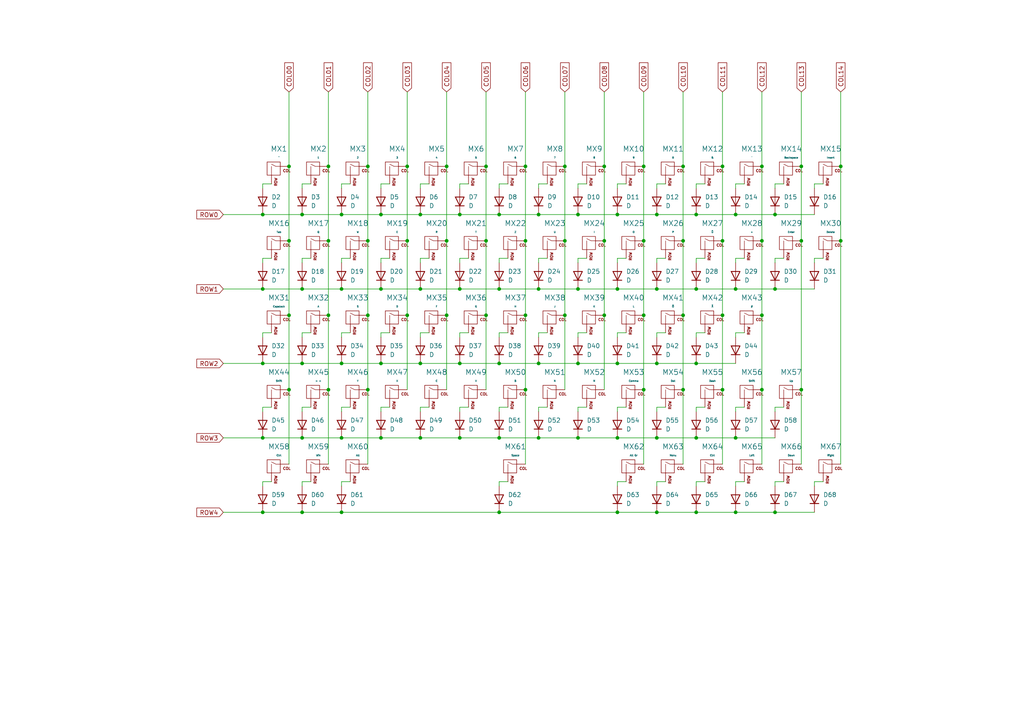
<source format=kicad_sch>
(kicad_sch (version 20231120) (generator "eeschema") (generator_version "8.0")
  (paper "A4")
  (junction (at 224.79 148.59))
  (junction (at 190.5 148.59))
  (junction (at 179.07 62.23))
  (junction (at 224.79 62.23))
  (junction (at 83.82 113.03))
  (junction (at 213.36 62.23))
  (junction (at 129.54 69.85))
  (junction (at 152.4 48.26))
  (junction (at 220.98 113.03))
  (junction (at 118.11 91.44))
  (junction (at 99.06 83.82))
  (junction (at 87.63 62.23))
  (junction (at 121.92 83.82))
  (junction (at 209.55 48.26))
  (junction (at 110.49 62.23))
  (junction (at 106.68 48.26))
  (junction (at 232.41 69.85))
  (junction (at 87.63 148.59))
  (junction (at 167.64 83.82))
  (junction (at 163.83 91.44))
  (junction (at 129.54 48.26))
  (junction (at 224.79 83.82))
  (junction (at 201.93 127))
  (junction (at 76.2 83.82))
  (junction (at 133.35 105.41))
  (junction (at 190.5 83.82))
  (junction (at 179.07 83.82))
  (junction (at 213.36 148.59))
  (junction (at 133.35 62.23))
  (junction (at 175.26 91.44))
  (junction (at 133.35 83.82))
  (junction (at 106.68 69.85))
  (junction (at 129.54 91.44))
  (junction (at 83.82 69.85))
  (junction (at 163.83 69.85))
  (junction (at 76.2 148.59))
  (junction (at 163.83 48.26))
  (junction (at 201.93 105.41))
  (junction (at 99.06 148.59))
  (junction (at 175.26 69.85))
  (junction (at 201.93 62.23))
  (junction (at 167.64 105.41))
  (junction (at 220.98 69.85))
  (junction (at 198.12 113.03))
  (junction (at 190.5 105.41))
  (junction (at 144.78 127))
  (junction (at 209.55 91.44))
  (junction (at 213.36 83.82))
  (junction (at 99.06 62.23))
  (junction (at 121.92 127))
  (junction (at 201.93 148.59))
  (junction (at 243.84 69.85))
  (junction (at 198.12 91.44))
  (junction (at 121.92 62.23))
  (junction (at 198.12 48.26))
  (junction (at 106.68 91.44))
  (junction (at 87.63 83.82))
  (junction (at 95.25 91.44))
  (junction (at 152.4 91.44))
  (junction (at 198.12 69.85))
  (junction (at 133.35 127))
  (junction (at 87.63 127))
  (junction (at 156.21 127))
  (junction (at 232.41 113.03))
  (junction (at 243.84 48.26))
  (junction (at 190.5 127))
  (junction (at 220.98 48.26))
  (junction (at 209.55 69.85))
  (junction (at 140.97 48.26))
  (junction (at 179.07 148.59))
  (junction (at 213.36 127))
  (junction (at 140.97 91.44))
  (junction (at 95.25 69.85))
  (junction (at 99.06 105.41))
  (junction (at 156.21 105.41))
  (junction (at 110.49 127))
  (junction (at 144.78 83.82))
  (junction (at 87.63 105.41))
  (junction (at 144.78 148.59))
  (junction (at 190.5 62.23))
  (junction (at 140.97 69.85))
  (junction (at 232.41 48.26))
  (junction (at 220.98 91.44))
  (junction (at 118.11 48.26))
  (junction (at 186.69 91.44))
  (junction (at 110.49 83.82))
  (junction (at 76.2 62.23))
  (junction (at 76.2 127))
  (junction (at 156.21 83.82))
  (junction (at 99.06 127))
  (junction (at 167.64 127))
  (junction (at 118.11 69.85))
  (junction (at 76.2 105.41))
  (junction (at 83.82 48.26))
  (junction (at 121.92 105.41))
  (junction (at 201.93 83.82))
  (junction (at 209.55 113.03))
  (junction (at 83.82 91.44))
  (junction (at 110.49 105.41))
  (junction (at 95.25 113.03))
  (junction (at 186.69 113.03))
  (junction (at 152.4 113.03))
  (junction (at 144.78 62.23))
  (junction (at 186.69 69.85))
  (junction (at 167.64 62.23))
  (junction (at 156.21 62.23))
  (junction (at 106.68 113.03))
  (junction (at 179.07 127))
  (junction (at 179.07 105.41))
  (junction (at 186.69 48.26))
  (junction (at 144.78 105.41))
  (junction (at 175.26 48.26))
  (junction (at 152.4 69.85))
  (junction (at 95.25 48.26))
  (wire (pts (xy 133.35 105.41) (xy 144.78 105.41)))
  (wire (pts (xy 201.93 74.93) (xy 204.47 74.93)))
  (wire (pts (xy 110.49 105.41) (xy 121.92 105.41)))
  (wire (pts (xy 198.12 26.67) (xy 198.12 48.26)))
  (wire (pts (xy 179.07 54.61) (xy 179.07 53.34)))
  (wire (pts (xy 209.55 26.67) (xy 209.55 48.26)))
  (wire (pts (xy 186.69 48.26) (xy 186.69 69.85)))
  (wire (pts (xy 121.92 119.38) (xy 121.92 118.11)))
  (wire (pts (xy 76.2 97.79) (xy 76.2 96.52)))
  (wire (pts (xy 190.5 97.79) (xy 190.5 96.52)))
  (wire (pts (xy 190.5 96.52) (xy 193.04 96.52)))
  (wire (pts (xy 167.64 119.38) (xy 167.64 118.11)))
  (wire (pts (xy 110.49 83.82) (xy 121.92 83.82)))
  (wire (pts (xy 190.5 83.82) (xy 201.93 83.82)))
  (wire (pts (xy 224.79 76.2) (xy 224.79 74.93)))
  (wire (pts (xy 236.22 74.93) (xy 238.76 74.93)))
  (wire (pts (xy 121.92 74.93) (xy 124.46 74.93)))
  (wire (pts (xy 83.82 91.44) (xy 83.82 113.03)))
  (wire (pts (xy 110.49 53.34) (xy 113.03 53.34)))
  (wire (pts (xy 220.98 113.03) (xy 220.98 134.62)))
  (wire (pts (xy 190.5 76.2) (xy 190.5 74.93)))
  (wire (pts (xy 224.79 119.38) (xy 224.79 118.11)))
  (wire (pts (xy 224.79 83.82) (xy 236.22 83.82)))
  (wire (pts (xy 209.55 69.85) (xy 209.55 91.44)))
  (wire (pts (xy 190.5 118.11) (xy 193.04 118.11)))
  (wire (pts (xy 152.4 113.03) (xy 152.4 134.62)))
  (wire (pts (xy 175.26 69.85) (xy 175.26 91.44)))
  (wire (pts (xy 186.69 26.67) (xy 186.69 48.26)))
  (wire (pts (xy 156.21 53.34) (xy 158.75 53.34)))
  (wire (pts (xy 156.21 83.82) (xy 167.64 83.82)))
  (wire (pts (xy 213.36 53.34) (xy 215.9 53.34)))
  (wire (pts (xy 179.07 119.38) (xy 179.07 118.11)))
  (wire (pts (xy 133.35 62.23) (xy 144.78 62.23)))
  (wire (pts (xy 99.06 74.93) (xy 101.6 74.93)))
  (wire (pts (xy 224.79 53.34) (xy 227.33 53.34)))
  (wire (pts (xy 179.07 97.79) (xy 179.07 96.52)))
  (wire (pts (xy 133.35 54.61) (xy 133.35 53.34)))
  (wire (pts (xy 121.92 105.41) (xy 133.35 105.41)))
  (wire (pts (xy 156.21 62.23) (xy 167.64 62.23)))
  (wire (pts (xy 87.63 119.38) (xy 87.63 118.11)))
  (wire (pts (xy 152.4 91.44) (xy 152.4 113.03)))
  (wire (pts (xy 110.49 96.52) (xy 113.03 96.52)))
  (wire (pts (xy 190.5 62.23) (xy 201.93 62.23)))
  (wire (pts (xy 64.77 83.82) (xy 76.2 83.82)))
  (wire (pts (xy 186.69 113.03) (xy 186.69 134.62)))
  (wire (pts (xy 163.83 69.85) (xy 163.83 91.44)))
  (wire (pts (xy 87.63 97.79) (xy 87.63 96.52)))
  (wire (pts (xy 121.92 53.34) (xy 124.46 53.34)))
  (wire (pts (xy 133.35 76.2) (xy 133.35 74.93)))
  (wire (pts (xy 167.64 76.2) (xy 167.64 74.93)))
  (wire (pts (xy 110.49 127) (xy 121.92 127)))
  (wire (pts (xy 201.93 62.23) (xy 213.36 62.23)))
  (wire (pts (xy 190.5 105.41) (xy 201.93 105.41)))
  (wire (pts (xy 140.97 91.44) (xy 140.97 113.03)))
  (wire (pts (xy 87.63 105.41) (xy 99.06 105.41)))
  (wire (pts (xy 209.55 113.03) (xy 209.55 134.62)))
  (wire (pts (xy 121.92 62.23) (xy 133.35 62.23)))
  (wire (pts (xy 99.06 140.97) (xy 99.06 139.7)))
  (wire (pts (xy 220.98 48.26) (xy 220.98 69.85)))
  (wire (pts (xy 167.64 62.23) (xy 179.07 62.23)))
  (wire (pts (xy 190.5 148.59) (xy 201.93 148.59)))
  (wire (pts (xy 198.12 69.85) (xy 198.12 91.44)))
  (wire (pts (xy 99.06 83.82) (xy 110.49 83.82)))
  (wire (pts (xy 220.98 69.85) (xy 220.98 91.44)))
  (wire (pts (xy 76.2 96.52) (xy 78.74 96.52)))
  (wire (pts (xy 106.68 113.03) (xy 106.68 134.62)))
  (wire (pts (xy 76.2 148.59) (xy 87.63 148.59)))
  (wire (pts (xy 167.64 53.34) (xy 170.18 53.34)))
  (wire (pts (xy 121.92 76.2) (xy 121.92 74.93)))
  (wire (pts (xy 76.2 62.23) (xy 87.63 62.23)))
  (wire (pts (xy 106.68 48.26) (xy 106.68 69.85)))
  (wire (pts (xy 87.63 127) (xy 99.06 127)))
  (wire (pts (xy 76.2 76.2) (xy 76.2 74.93)))
  (wire (pts (xy 83.82 69.85) (xy 83.82 91.44)))
  (wire (pts (xy 175.26 26.67) (xy 175.26 48.26)))
  (wire (pts (xy 179.07 127) (xy 190.5 127)))
  (wire (pts (xy 106.68 26.67) (xy 106.68 48.26)))
  (wire (pts (xy 201.93 139.7) (xy 204.47 139.7)))
  (wire (pts (xy 156.21 96.52) (xy 158.75 96.52)))
  (wire (pts (xy 144.78 119.38) (xy 144.78 118.11)))
  (wire (pts (xy 144.78 96.52) (xy 147.32 96.52)))
  (wire (pts (xy 224.79 148.59) (xy 236.22 148.59)))
  (wire (pts (xy 76.2 127) (xy 87.63 127)))
  (wire (pts (xy 236.22 53.34) (xy 238.76 53.34)))
  (wire (pts (xy 186.69 91.44) (xy 186.69 113.03)))
  (wire (pts (xy 156.21 97.79) (xy 156.21 96.52)))
  (wire (pts (xy 87.63 53.34) (xy 90.17 53.34)))
  (wire (pts (xy 243.84 48.26) (xy 243.84 69.85)))
  (wire (pts (xy 198.12 48.26) (xy 198.12 69.85)))
  (wire (pts (xy 133.35 74.93) (xy 135.89 74.93)))
  (wire (pts (xy 179.07 139.7) (xy 181.61 139.7)))
  (wire (pts (xy 99.06 97.79) (xy 99.06 96.52)))
  (wire (pts (xy 99.06 76.2) (xy 99.06 74.93)))
  (wire (pts (xy 167.64 105.41) (xy 179.07 105.41)))
  (wire (pts (xy 83.82 26.67) (xy 83.82 48.26)))
  (wire (pts (xy 201.93 105.41) (xy 213.36 105.41)))
  (wire (pts (xy 213.36 148.59) (xy 224.79 148.59)))
  (wire (pts (xy 144.78 127) (xy 156.21 127)))
  (wire (pts (xy 144.78 139.7) (xy 147.32 139.7)))
  (wire (pts (xy 140.97 26.67) (xy 140.97 48.26)))
  (wire (pts (xy 144.78 53.34) (xy 147.32 53.34)))
  (wire (pts (xy 236.22 140.97) (xy 236.22 139.7)))
  (wire (pts (xy 179.07 140.97) (xy 179.07 139.7)))
  (wire (pts (xy 213.36 119.38) (xy 213.36 118.11)))
  (wire (pts (xy 99.06 139.7) (xy 101.6 139.7)))
  (wire (pts (xy 213.36 62.23) (xy 224.79 62.23)))
  (wire (pts (xy 99.06 148.59) (xy 144.78 148.59)))
  (wire (pts (xy 129.54 26.67) (xy 129.54 48.26)))
  (wire (pts (xy 118.11 69.85) (xy 118.11 91.44)))
  (wire (pts (xy 179.07 53.34) (xy 181.61 53.34)))
  (wire (pts (xy 201.93 54.61) (xy 201.93 53.34)))
  (wire (pts (xy 144.78 140.97) (xy 144.78 139.7)))
  (wire (pts (xy 213.36 76.2) (xy 213.36 74.93)))
  (wire (pts (xy 121.92 83.82) (xy 133.35 83.82)))
  (wire (pts (xy 95.25 48.26) (xy 95.25 69.85)))
  (wire (pts (xy 201.93 140.97) (xy 201.93 139.7)))
  (wire (pts (xy 121.92 96.52) (xy 124.46 96.52)))
  (wire (pts (xy 179.07 74.93) (xy 181.61 74.93)))
  (wire (pts (xy 232.41 113.03) (xy 232.41 134.62)))
  (wire (pts (xy 236.22 139.7) (xy 238.76 139.7)))
  (wire (pts (xy 144.78 74.93) (xy 147.32 74.93)))
  (wire (pts (xy 190.5 139.7) (xy 193.04 139.7)))
  (wire (pts (xy 190.5 127) (xy 201.93 127)))
  (wire (pts (xy 99.06 54.61) (xy 99.06 53.34)))
  (wire (pts (xy 156.21 105.41) (xy 167.64 105.41)))
  (wire (pts (xy 209.55 48.26) (xy 209.55 69.85)))
  (wire (pts (xy 133.35 96.52) (xy 135.89 96.52)))
  (wire (pts (xy 156.21 119.38) (xy 156.21 118.11)))
  (wire (pts (xy 220.98 26.67) (xy 220.98 48.26)))
  (wire (pts (xy 201.93 83.82) (xy 213.36 83.82)))
  (wire (pts (xy 201.93 97.79) (xy 201.93 96.52)))
  (wire (pts (xy 167.64 127) (xy 179.07 127)))
  (wire (pts (xy 156.21 54.61) (xy 156.21 53.34)))
  (wire (pts (xy 87.63 83.82) (xy 99.06 83.82)))
  (wire (pts (xy 175.26 91.44) (xy 175.26 113.03)))
  (wire (pts (xy 201.93 119.38) (xy 201.93 118.11)))
  (wire (pts (xy 175.26 48.26) (xy 175.26 69.85)))
  (wire (pts (xy 213.36 96.52) (xy 215.9 96.52)))
  (wire (pts (xy 133.35 119.38) (xy 133.35 118.11)))
  (wire (pts (xy 190.5 54.61) (xy 190.5 53.34)))
  (wire (pts (xy 201.93 118.11) (xy 204.47 118.11)))
  (wire (pts (xy 87.63 118.11) (xy 90.17 118.11)))
  (wire (pts (xy 64.77 62.23) (xy 76.2 62.23)))
  (wire (pts (xy 76.2 83.82) (xy 87.63 83.82)))
  (wire (pts (xy 110.49 119.38) (xy 110.49 118.11)))
  (wire (pts (xy 167.64 118.11) (xy 170.18 118.11)))
  (wire (pts (xy 121.92 127) (xy 133.35 127)))
  (wire (pts (xy 179.07 105.41) (xy 190.5 105.41)))
  (wire (pts (xy 167.64 74.93) (xy 170.18 74.93)))
  (wire (pts (xy 224.79 140.97) (xy 224.79 139.7)))
  (wire (pts (xy 186.69 69.85) (xy 186.69 91.44)))
  (wire (pts (xy 83.82 113.03) (xy 83.82 134.62)))
  (wire (pts (xy 99.06 119.38) (xy 99.06 118.11)))
  (wire (pts (xy 110.49 62.23) (xy 121.92 62.23)))
  (wire (pts (xy 213.36 127) (xy 224.79 127)))
  (wire (pts (xy 129.54 48.26) (xy 129.54 69.85)))
  (wire (pts (xy 99.06 96.52) (xy 101.6 96.52)))
  (wire (pts (xy 87.63 148.59) (xy 99.06 148.59)))
  (wire (pts (xy 95.25 113.03) (xy 95.25 134.62)))
  (wire (pts (xy 213.36 74.93) (xy 215.9 74.93)))
  (wire (pts (xy 144.78 83.82) (xy 156.21 83.82)))
  (wire (pts (xy 179.07 62.23) (xy 190.5 62.23)))
  (wire (pts (xy 179.07 76.2) (xy 179.07 74.93)))
  (wire (pts (xy 201.93 96.52) (xy 204.47 96.52)))
  (wire (pts (xy 83.82 48.26) (xy 83.82 69.85)))
  (wire (pts (xy 156.21 127) (xy 167.64 127)))
  (wire (pts (xy 110.49 74.93) (xy 113.03 74.93)))
  (wire (pts (xy 224.79 54.61) (xy 224.79 53.34)))
  (wire (pts (xy 236.22 76.2) (xy 236.22 74.93)))
  (wire (pts (xy 224.79 118.11) (xy 227.33 118.11)))
  (wire (pts (xy 76.2 139.7) (xy 78.74 139.7)))
  (wire (pts (xy 87.63 54.61) (xy 87.63 53.34)))
  (wire (pts (xy 76.2 74.93) (xy 78.74 74.93)))
  (wire (pts (xy 167.64 83.82) (xy 179.07 83.82)))
  (wire (pts (xy 179.07 118.11) (xy 181.61 118.11)))
  (wire (pts (xy 87.63 76.2) (xy 87.63 74.93)))
  (wire (pts (xy 190.5 119.38) (xy 190.5 118.11)))
  (wire (pts (xy 213.36 118.11) (xy 215.9 118.11)))
  (wire (pts (xy 133.35 118.11) (xy 135.89 118.11)))
  (wire (pts (xy 95.25 26.67) (xy 95.25 48.26)))
  (wire (pts (xy 220.98 91.44) (xy 220.98 113.03)))
  (wire (pts (xy 156.21 76.2) (xy 156.21 74.93)))
  (wire (pts (xy 232.41 26.67) (xy 232.41 48.26)))
  (wire (pts (xy 190.5 140.97) (xy 190.5 139.7)))
  (wire (pts (xy 209.55 91.44) (xy 209.55 113.03)))
  (wire (pts (xy 144.78 105.41) (xy 156.21 105.41)))
  (wire (pts (xy 144.78 54.61) (xy 144.78 53.34)))
  (wire (pts (xy 87.63 139.7) (xy 90.17 139.7)))
  (wire (pts (xy 99.06 105.41) (xy 110.49 105.41)))
  (wire (pts (xy 110.49 97.79) (xy 110.49 96.52)))
  (wire (pts (xy 213.36 97.79) (xy 213.36 96.52)))
  (wire (pts (xy 118.11 48.26) (xy 118.11 69.85)))
  (wire (pts (xy 152.4 48.26) (xy 152.4 69.85)))
  (wire (pts (xy 76.2 119.38) (xy 76.2 118.11)))
  (wire (pts (xy 232.41 69.85) (xy 232.41 113.03)))
  (wire (pts (xy 76.2 53.34) (xy 78.74 53.34)))
  (wire (pts (xy 236.22 54.61) (xy 236.22 53.34)))
  (wire (pts (xy 232.41 48.26) (xy 232.41 69.85)))
  (wire (pts (xy 95.25 91.44) (xy 95.25 113.03)))
  (wire (pts (xy 156.21 118.11) (xy 158.75 118.11)))
  (wire (pts (xy 190.5 53.34) (xy 193.04 53.34)))
  (wire (pts (xy 76.2 54.61) (xy 76.2 53.34)))
  (wire (pts (xy 133.35 97.79) (xy 133.35 96.52)))
  (wire (pts (xy 213.36 83.82) (xy 224.79 83.82)))
  (wire (pts (xy 152.4 69.85) (xy 152.4 91.44)))
  (wire (pts (xy 190.5 74.93) (xy 193.04 74.93)))
  (wire (pts (xy 133.35 83.82) (xy 144.78 83.82)))
  (wire (pts (xy 201.93 148.59) (xy 213.36 148.59)))
  (wire (pts (xy 64.77 105.41) (xy 76.2 105.41)))
  (wire (pts (xy 213.36 54.61) (xy 213.36 53.34)))
  (wire (pts (xy 99.06 118.11) (xy 101.6 118.11)))
  (wire (pts (xy 64.77 127) (xy 76.2 127)))
  (wire (pts (xy 76.2 118.11) (xy 78.74 118.11)))
  (wire (pts (xy 121.92 97.79) (xy 121.92 96.52)))
  (wire (pts (xy 156.21 74.93) (xy 158.75 74.93)))
  (wire (pts (xy 87.63 74.93) (xy 90.17 74.93)))
  (wire (pts (xy 167.64 97.79) (xy 167.64 96.52)))
  (wire (pts (xy 144.78 76.2) (xy 144.78 74.93)))
  (wire (pts (xy 198.12 113.03) (xy 198.12 134.62)))
  (wire (pts (xy 167.64 54.61) (xy 167.64 53.34)))
  (wire (pts (xy 163.83 48.26) (xy 163.83 69.85)))
  (wire (pts (xy 95.25 69.85) (xy 95.25 91.44)))
  (wire (pts (xy 140.97 48.26) (xy 140.97 69.85)))
  (wire (pts (xy 243.84 69.85) (xy 243.84 134.62)))
  (wire (pts (xy 152.4 26.67) (xy 152.4 48.26)))
  (wire (pts (xy 144.78 148.59) (xy 179.07 148.59)))
  (wire (pts (xy 106.68 91.44) (xy 106.68 113.03)))
  (wire (pts (xy 144.78 118.11) (xy 147.32 118.11)))
  (wire (pts (xy 224.79 62.23) (xy 236.22 62.23)))
  (wire (pts (xy 179.07 83.82) (xy 190.5 83.82)))
  (wire (pts (xy 110.49 118.11) (xy 113.03 118.11)))
  (wire (pts (xy 87.63 62.23) (xy 99.06 62.23)))
  (wire (pts (xy 87.63 140.97) (xy 87.63 139.7)))
  (wire (pts (xy 121.92 54.61) (xy 121.92 53.34)))
  (wire (pts (xy 121.92 118.11) (xy 124.46 118.11)))
  (wire (pts (xy 118.11 91.44) (xy 118.11 113.03)))
  (wire (pts (xy 163.83 91.44) (xy 163.83 113.03)))
  (wire (pts (xy 64.77 148.59) (xy 76.2 148.59)))
  (wire (pts (xy 243.84 26.67) (xy 243.84 48.26)))
  (wire (pts (xy 179.07 148.59) (xy 190.5 148.59)))
  (wire (pts (xy 106.68 69.85) (xy 106.68 91.44)))
  (wire (pts (xy 133.35 127) (xy 144.78 127)))
  (wire (pts (xy 118.11 26.67) (xy 118.11 48.26)))
  (wire (pts (xy 133.35 53.34) (xy 135.89 53.34)))
  (wire (pts (xy 179.07 96.52) (xy 181.61 96.52)))
  (wire (pts (xy 201.93 53.34) (xy 204.47 53.34)))
  (wire (pts (xy 99.06 62.23) (xy 110.49 62.23)))
  (wire (pts (xy 144.78 62.23) (xy 156.21 62.23)))
  (wire (pts (xy 213.36 140.97) (xy 213.36 139.7)))
  (wire (pts (xy 87.63 96.52) (xy 90.17 96.52)))
  (wire (pts (xy 110.49 76.2) (xy 110.49 74.93)))
  (wire (pts (xy 201.93 76.2) (xy 201.93 74.93)))
  (wire (pts (xy 140.97 69.85) (xy 140.97 91.44)))
  (wire (pts (xy 163.83 26.67) (xy 163.83 48.26)))
  (wire (pts (xy 110.49 54.61) (xy 110.49 53.34)))
  (wire (pts (xy 99.06 53.34) (xy 101.6 53.34)))
  (wire (pts (xy 129.54 69.85) (xy 129.54 91.44)))
  (wire (pts (xy 76.2 105.41) (xy 87.63 105.41)))
  (wire (pts (xy 129.54 91.44) (xy 129.54 113.03)))
  (wire (pts (xy 198.12 91.44) (xy 198.12 113.03)))
  (wire (pts (xy 224.79 74.93) (xy 227.33 74.93)))
  (wire (pts (xy 224.79 139.7) (xy 227.33 139.7)))
  (wire (pts (xy 99.06 127) (xy 110.49 127)))
  (wire (pts (xy 167.64 96.52) (xy 170.18 96.52)))
  (wire (pts (xy 213.36 139.7) (xy 215.9 139.7)))
  (wire (pts (xy 144.78 97.79) (xy 144.78 96.52)))
  (wire (pts (xy 76.2 140.97) (xy 76.2 139.7)))
  (wire (pts (xy 201.93 127) (xy 213.36 127)))
  (global_label "COL01" (shape input) (at 95.25 26.67 90) (property "Intersheetrefs" "${INTERSHEET_REFS}" (effects (hide yes))))
  (global_label "COL08" (shape input) (at 175.26 26.67 90) (property "Intersheetrefs" "${INTERSHEET_REFS}" (effects (hide yes))))
  (global_label "COL12" (shape input) (at 220.98 26.67 90) (property "Intersheetrefs" "${INTERSHEET_REFS}" (effects (hide yes))))
  (global_label "COL04" (shape input) (at 129.54 26.67 90) (property "Intersheetrefs" "${INTERSHEET_REFS}" (effects (hide yes))))
  (global_label "ROW2" (shape input) (at 64.77 105.41 180) (property "Intersheetrefs" "${INTERSHEET_REFS}" (effects (hide yes))))
  (global_label "COL03" (shape input) (at 118.11 26.67 90) (property "Intersheetrefs" "${INTERSHEET_REFS}" (effects (hide yes))))
  (global_label "COL14" (shape input) (at 243.84 26.67 90) (property "Intersheetrefs" "${INTERSHEET_REFS}" (effects (hide yes))))
  (global_label "ROW3" (shape input) (at 64.77 127 180) (property "Intersheetrefs" "${INTERSHEET_REFS}" (effects (hide yes))))
  (global_label "ROW4" (shape input) (at 64.77 148.59 180) (property "Intersheetrefs" "${INTERSHEET_REFS}" (effects (hide yes))))
  (global_label "COL10" (shape input) (at 198.12 26.67 90) (property "Intersheetrefs" "${INTERSHEET_REFS}" (effects (hide yes))))
  (global_label "ROW0" (shape input) (at 64.77 62.23 180) (property "Intersheetrefs" "${INTERSHEET_REFS}" (effects (hide yes))))
  (global_label "COL00" (shape input) (at 83.82 26.67 90) (property "Intersheetrefs" "${INTERSHEET_REFS}" (effects (hide yes))))
  (global_label "ROW1" (shape input) (at 64.77 83.82 180) (property "Intersheetrefs" "${INTERSHEET_REFS}" (effects (hide yes))))
  (global_label "COL06" (shape input) (at 152.4 26.67 90) (property "Intersheetrefs" "${INTERSHEET_REFS}" (effects (hide yes))))
  (global_label "COL09" (shape input) (at 186.69 26.67 90) (property "Intersheetrefs" "${INTERSHEET_REFS}" (effects (hide yes))))
  (global_label "COL11" (shape input) (at 209.55 26.67 90) (property "Intersheetrefs" "${INTERSHEET_REFS}" (effects (hide yes))))
  (global_label "COL05" (shape input) (at 140.97 26.67 90) (property "Intersheetrefs" "${INTERSHEET_REFS}" (effects (hide yes))))
  (global_label "COL02" (shape input) (at 106.68 26.67 90) (property "Intersheetrefs" "${INTERSHEET_REFS}" (effects (hide yes))))
  (global_label "COL07" (shape input) (at 163.83 26.67 90) (property "Intersheetrefs" "${INTERSHEET_REFS}" (effects (hide yes))))
  (global_label "COL13" (shape input) (at 232.41 26.67 90) (property "Intersheetrefs" "${INTERSHEET_REFS}" (effects (hide yes))))
  (symbol (lib_id "Device:D") (at 179.07 123.19 90) (unit 1)
    (property "Reference" "D54" (at 181.61 121.9199 90) (effects (justify right)))
    (property "Value" "D" (at 181.61 124.4599 90) (effects (justify right)))
    (property "Footprint" "Diode_SMD:D_SOD-123" (effects (hide yes)))
    (property "Description" "Diode" (effects (hide yes)))
    (property "Sim.Device" "D" (effects (hide yes)))
    (property "Sim.Pins" "1=K 2=A" (effects (hide yes)))
  )
  (symbol (lib_id "MX_Alps_Hybrid:MX-NoLED") (at 80.01 92.71 0) (unit 1)
    (property "Reference" "MX31" (at 80.9052 86.36 0) (effects (font (size 1.524 1.524))))
    (property "Value" "Capslock" (at 80.9052 88.9 0) (effects (font (size 0.508 0.508))))
    (property "Footprint" "MX_Alps_Hybrid:MX-1.75U-NoLED" (effects (hide yes)))
  )
  (symbol (lib_id "MX_Alps_Hybrid:MX-NoLED") (at 217.17 114.3 0) (unit 1)
    (property "Reference" "MX56" (at 218.0652 107.95 0) (effects (font (size 1.524 1.524))))
    (property "Value" "Shift" (at 218.0652 110.49 0) (effects (font (size 0.508 0.508))))
    (property "Footprint" "MX_Alps_Hybrid:MX-2.25U-NoLED" (effects (hide yes)))
  )
  (symbol (lib_id "Device:D") (at 144.78 123.19 90) (unit 1)
    (property "Reference" "D51" (at 147.32 121.9199 90) (effects (justify right)))
    (property "Value" "D" (at 147.32 124.4599 90) (effects (justify right)))
    (property "Footprint" "Diode_SMD:D_SOD-123" (effects (hide yes)))
    (property "Description" "Diode" (effects (hide yes)))
    (property "Sim.Device" "D" (effects (hide yes)))
    (property "Sim.Pins" "1=K 2=A" (effects (hide yes)))
  )
  (symbol (lib_id "Device:D") (at 179.07 58.42 90) (unit 1)
    (property "Reference" "D11" (at 181.61 57.1499 90) (effects (justify right)))
    (property "Value" "D" (at 181.61 59.6899 90) (effects (justify right)))
    (property "Footprint" "Diode_SMD:D_SOD-123" (effects (hide yes)))
    (property "Description" "Diode" (effects (hide yes)))
    (property "Sim.Device" "D" (effects (hide yes)))
    (property "Sim.Pins" "1=K 2=A" (effects (hide yes)))
  )
  (symbol (lib_id "Device:D") (at 76.2 123.19 90) (unit 1)
    (property "Reference" "D45" (at 78.74 121.9199 90) (effects (justify right)))
    (property "Value" "D" (at 78.74 124.4599 90) (effects (justify right)))
    (property "Footprint" "Diode_SMD:D_SOD-123" (effects (hide yes)))
    (property "Description" "Diode" (effects (hide yes)))
    (property "Sim.Device" "D" (effects (hide yes)))
    (property "Sim.Pins" "1=K 2=A" (effects (hide yes)))
  )
  (symbol (lib_id "Device:D") (at 167.64 58.42 90) (unit 1)
    (property "Reference" "D10" (at 170.18 57.1499 90) (effects (justify right)))
    (property "Value" "D" (at 170.18 59.6899 90) (effects (justify right)))
    (property "Footprint" "Diode_SMD:D_SOD-123" (effects (hide yes)))
    (property "Description" "Diode" (effects (hide yes)))
    (property "Sim.Device" "D" (effects (hide yes)))
    (property "Sim.Pins" "1=K 2=A" (effects (hide yes)))
  )
  (symbol (lib_id "MX_Alps_Hybrid:MX-NoLED") (at 228.6 71.12 0) (unit 1)
    (property "Reference" "MX29" (at 229.4952 64.77 0) (effects (font (size 1.524 1.524))))
    (property "Value" "Enter" (at 229.4952 67.31 0) (effects (font (size 0.508 0.508))))
    (property "Footprint" "MX_Only:MXOnly-ISO-NoLED" (effects (hide yes)))
  )
  (symbol (lib_id "Device:D") (at 224.79 58.42 90) (unit 1)
    (property "Reference" "D15" (at 227.33 57.1499 90) (effects (justify right)))
    (property "Value" "D" (at 227.33 59.6899 90) (effects (justify right)))
    (property "Footprint" "Diode_SMD:D_SOD-123" (effects (hide yes)))
    (property "Description" "Diode" (effects (hide yes)))
    (property "Sim.Device" "D" (effects (hide yes)))
    (property "Sim.Pins" "1=K 2=A" (effects (hide yes)))
  )
  (symbol (lib_id "Device:D") (at 110.49 101.6 90) (unit 1)
    (property "Reference" "D35" (at 113.03 100.3299 90) (effects (justify right)))
    (property "Value" "D" (at 113.03 102.8699 90) (effects (justify right)))
    (property "Footprint" "Diode_SMD:D_SOD-123" (effects (hide yes)))
    (property "Description" "Diode" (effects (hide yes)))
    (property "Sim.Device" "D" (effects (hide yes)))
    (property "Sim.Pins" "1=K 2=A" (effects (hide yes)))
  )
  (symbol (lib_id "Device:D") (at 213.36 80.01 90) (unit 1)
    (property "Reference" "D29" (at 215.9 78.7399 90) (effects (justify right)))
    (property "Value" "D" (at 215.9 81.2799 90) (effects (justify right)))
    (property "Footprint" "Diode_SMD:D_SOD-123" (effects (hide yes)))
    (property "Description" "Diode" (effects (hide yes)))
    (property "Sim.Device" "D" (effects (hide yes)))
    (property "Sim.Pins" "1=K 2=A" (effects (hide yes)))
  )
  (symbol (lib_id "Device:D") (at 213.36 58.42 90) (unit 1)
    (property "Reference" "D14" (at 215.9 57.1499 90) (effects (justify right)))
    (property "Value" "D" (at 215.9 59.6899 90) (effects (justify right)))
    (property "Footprint" "Diode_SMD:D_SOD-123" (effects (hide yes)))
    (property "Description" "Diode" (effects (hide yes)))
    (property "Sim.Device" "D" (effects (hide yes)))
    (property "Sim.Pins" "1=K 2=A" (effects (hide yes)))
  )
  (symbol (lib_id "Device:D") (at 224.79 123.19 90) (unit 1)
    (property "Reference" "D58" (at 227.33 121.9199 90) (effects (justify right)))
    (property "Value" "D" (at 227.33 124.4599 90) (effects (justify right)))
    (property "Footprint" "Diode_SMD:D_SOD-123" (effects (hide yes)))
    (property "Description" "Diode" (effects (hide yes)))
    (property "Sim.Device" "D" (effects (hide yes)))
    (property "Sim.Pins" "1=K 2=A" (effects (hide yes)))
  )
  (symbol (lib_id "Device:D") (at 213.36 101.6 90) (unit 1)
    (property "Reference" "D44" (at 215.9 100.3299 90) (effects (justify right)))
    (property "Value" "D" (at 215.9 102.8699 90) (effects (justify right)))
    (property "Footprint" "Diode_SMD:D_SOD-123" (effects (hide yes)))
    (property "Description" "Diode" (effects (hide yes)))
    (property "Sim.Device" "D" (effects (hide yes)))
    (property "Sim.Pins" "1=K 2=A" (effects (hide yes)))
  )
  (symbol (lib_id "MX_Alps_Hybrid:MX-NoLED") (at 114.3 92.71 0) (unit 1)
    (property "Reference" "MX34" (at 115.1952 86.36 0) (effects (font (size 1.524 1.524))))
    (property "Value" "D" (at 115.1952 88.9 0) (effects (font (size 0.508 0.508))))
    (property "Footprint" "MX_Alps_Hybrid:MX-1U-NoLED" (effects (hide yes)))
  )
  (symbol (lib_id "Device:D") (at 236.22 80.01 90) (unit 1)
    (property "Reference" "D31" (at 238.76 78.7399 90) (effects (justify right)))
    (property "Value" "D" (at 238.76 81.2799 90) (effects (justify right)))
    (property "Footprint" "Diode_SMD:D_SOD-123" (effects (hide yes)))
    (property "Description" "Diode" (effects (hide yes)))
    (property "Sim.Device" "D" (effects (hide yes)))
    (property "Sim.Pins" "1=K 2=A" (effects (hide yes)))
  )
  (symbol (lib_id "MX_Alps_Hybrid:MX-NoLED") (at 102.87 71.12 0) (unit 1)
    (property "Reference" "MX18" (at 103.7652 64.77 0) (effects (font (size 1.524 1.524))))
    (property "Value" "W" (at 103.7652 67.31 0) (effects (font (size 0.508 0.508))))
    (property "Footprint" "MX_Alps_Hybrid:MX-1U-NoLED" (effects (hide yes)))
  )
  (symbol (lib_id "MX_Alps_Hybrid:MX-NoLED") (at 137.16 92.71 0) (unit 1)
    (property "Reference" "MX36" (at 138.0552 86.36 0) (effects (font (size 1.524 1.524))))
    (property "Value" "G" (at 138.0552 88.9 0) (effects (font (size 0.508 0.508))))
    (property "Footprint" "MX_Alps_Hybrid:MX-1U-NoLED" (effects (hide yes)))
  )
  (symbol (lib_id "MX_Alps_Hybrid:MX-NoLED") (at 102.87 114.3 0) (unit 1)
    (property "Reference" "MX46" (at 103.7652 107.95 0) (effects (font (size 1.524 1.524))))
    (property "Value" "Y" (at 103.7652 110.49 0) (effects (font (size 0.508 0.508))))
    (property "Footprint" "MX_Alps_Hybrid:MX-1U-NoLED" (effects (hide yes)))
  )
  (symbol (lib_id "MX_Alps_Hybrid:MX-NoLED") (at 91.44 49.53 0) (unit 1)
    (property "Reference" "MX2" (at 92.3352 43.18 0) (effects (font (size 1.524 1.524))))
    (property "Value" "1" (at 92.3352 45.72 0) (effects (font (size 0.508 0.508))))
    (property "Footprint" "MX_Alps_Hybrid:MX-1U-NoLED" (effects (hide yes)))
  )
  (symbol (lib_id "Device:D") (at 99.06 144.78 90) (unit 1)
    (property "Reference" "D61" (at 101.6 143.5099 90) (effects (justify right)))
    (property "Value" "D" (at 101.6 146.0499 90) (effects (justify right)))
    (property "Footprint" "Diode_SMD:D_SOD-123" (effects (hide yes)))
    (property "Description" "Diode" (effects (hide yes)))
    (property "Sim.Device" "D" (effects (hide yes)))
    (property "Sim.Pins" "1=K 2=A" (effects (hide yes)))
  )
  (symbol (lib_id "MX_Alps_Hybrid:MX-NoLED") (at 114.3 49.53 0) (unit 1)
    (property "Reference" "MX4" (at 115.1952 43.18 0) (effects (font (size 1.524 1.524))))
    (property "Value" "3" (at 115.1952 45.72 0) (effects (font (size 0.508 0.508))))
    (property "Footprint" "MX_Alps_Hybrid:MX-1U-NoLED" (effects (hide yes)))
  )
  (symbol (lib_id "MX_Alps_Hybrid:MX-NoLED") (at 80.01 135.89 0) (unit 1)
    (property "Reference" "MX58" (at 80.9052 129.54 0) (effects (font (size 1.524 1.524))))
    (property "Value" "Ctrl" (at 80.9052 132.08 0) (effects (font (size 0.508 0.508))))
    (property "Footprint" "MX_Alps_Hybrid:MX-1.25U-NoLED" (effects (hide yes)))
  )
  (symbol (lib_id "Device:D") (at 190.5 101.6 90) (unit 1)
    (property "Reference" "D42" (at 193.04 100.3299 90) (effects (justify right)))
    (property "Value" "D" (at 193.04 102.8699 90) (effects (justify right)))
    (property "Footprint" "Diode_SMD:D_SOD-123" (effects (hide yes)))
    (property "Description" "Diode" (effects (hide yes)))
    (property "Sim.Device" "D" (effects (hide yes)))
    (property "Sim.Pins" "1=K 2=A" (effects (hide yes)))
  )
  (symbol (lib_id "Device:D") (at 190.5 58.42 90) (unit 1)
    (property "Reference" "D12" (at 193.04 57.1499 90) (effects (justify right)))
    (property "Value" "D" (at 193.04 59.6899 90) (effects (justify right)))
    (property "Footprint" "Diode_SMD:D_SOD-123" (effects (hide yes)))
    (property "Description" "Diode" (effects (hide yes)))
    (property "Sim.Device" "D" (effects (hide yes)))
    (property "Sim.Pins" "1=K 2=A" (effects (hide yes)))
  )
  (symbol (lib_id "MX_Alps_Hybrid:MX-NoLED") (at 194.31 92.71 0) (unit 1)
    (property "Reference" "MX41" (at 195.2052 86.36 0) (effects (font (size 1.524 1.524))))
    (property "Value" "Ö" (at 195.2052 88.9 0) (effects (font (size 0.508 0.508))))
    (property "Footprint" "MX_Alps_Hybrid:MX-1U-NoLED" (effects (hide yes)))
  )
  (symbol (lib_id "Device:D") (at 99.06 123.19 90) (unit 1)
    (property "Reference" "D47" (at 101.6 121.9199 90) (effects (justify right)))
    (property "Value" "D" (at 101.6 124.4599 90) (effects (justify right)))
    (property "Footprint" "Diode_SMD:D_SOD-123" (effects (hide yes)))
    (property "Description" "Diode" (effects (hide yes)))
    (property "Sim.Device" "D" (effects (hide yes)))
    (property "Sim.Pins" "1=K 2=A" (effects (hide yes)))
  )
  (symbol (lib_id "MX_Alps_Hybrid:MX-NoLED") (at 80.01 71.12 0) (unit 1)
    (property "Reference" "MX16" (at 80.9052 64.77 0) (effects (font (size 1.524 1.524))))
    (property "Value" "Tab" (at 80.9052 67.31 0) (effects (font (size 0.508 0.508))))
    (property "Footprint" "MX_Alps_Hybrid:MX-1.5U-NoLED" (effects (hide yes)))
  )
  (symbol (lib_id "MX_Alps_Hybrid:MX-NoLED") (at 240.03 135.89 0) (unit 1)
    (property "Reference" "MX67" (at 240.9252 129.54 0) (effects (font (size 1.524 1.524))))
    (property "Value" "Right" (at 240.9252 132.08 0) (effects (font (size 0.508 0.508))))
    (property "Footprint" "MX_Alps_Hybrid:MX-1U-NoLED" (effects (hide yes)))
  )
  (symbol (lib_id "Device:D") (at 201.93 101.6 90) (unit 1)
    (property "Reference" "D43" (at 204.47 100.3299 90) (effects (justify right)))
    (property "Value" "D" (at 204.47 102.8699 90) (effects (justify right)))
    (property "Footprint" "Diode_SMD:D_SOD-123" (effects (hide yes)))
    (property "Description" "Diode" (effects (hide yes)))
    (property "Sim.Device" "D" (effects (hide yes)))
    (property "Sim.Pins" "1=K 2=A" (effects (hide yes)))
  )
  (symbol (lib_id "Device:D") (at 133.35 58.42 90) (unit 1)
    (property "Reference" "D7" (at 135.89 57.1499 90) (effects (justify right)))
    (property "Value" "D" (at 135.89 59.6899 90) (effects (justify right)))
    (property "Footprint" "Diode_SMD:D_SOD-123" (effects (hide yes)))
    (property "Description" "Diode" (effects (hide yes)))
    (property "Sim.Device" "D" (effects (hide yes)))
    (property "Sim.Pins" "1=K 2=A" (effects (hide yes)))
  )
  (symbol (lib_id "MX_Alps_Hybrid:MX-NoLED") (at 148.59 114.3 0) (unit 1)
    (property "Reference" "MX50" (at 149.4852 107.95 0) (effects (font (size 1.524 1.524))))
    (property "Value" "B" (at 149.4852 110.49 0) (effects (font (size 0.508 0.508))))
    (property "Footprint" "MX_Alps_Hybrid:MX-1U-NoLED" (effects (hide yes)))
  )
  (symbol (lib_id "MX_Alps_Hybrid:MX-NoLED") (at 148.59 92.71 0) (unit 1)
    (property "Reference" "MX37" (at 149.4852 86.36 0) (effects (font (size 1.524 1.524))))
    (property "Value" "H" (at 149.4852 88.9 0) (effects (font (size 0.508 0.508))))
    (property "Footprint" "MX_Alps_Hybrid:MX-1U-NoLED" (effects (hide yes)))
  )
  (symbol (lib_id "MX_Alps_Hybrid:MX-NoLED") (at 194.31 114.3 0) (unit 1)
    (property "Reference" "MX54" (at 195.2052 107.95 0) (effects (font (size 1.524 1.524))))
    (property "Value" "Dot" (at 195.2052 110.49 0) (effects (font (size 0.508 0.508))))
    (property "Footprint" "MX_Alps_Hybrid:MX-1U-NoLED" (effects (hide yes)))
  )
  (symbol (lib_id "Device:D") (at 156.21 123.19 90) (unit 1)
    (property "Reference" "D52" (at 158.75 121.9199 90) (effects (justify right)))
    (property "Value" "D" (at 158.75 124.4599 90) (effects (justify right)))
    (property "Footprint" "Diode_SMD:D_SOD-123" (effects (hide yes)))
    (property "Description" "Diode" (effects (hide yes)))
    (property "Sim.Device" "D" (effects (hide yes)))
    (property "Sim.Pins" "1=K 2=A" (effects (hide yes)))
  )
  (symbol (lib_id "MX_Alps_Hybrid:MX-NoLED") (at 91.44 135.89 0) (unit 1)
    (property "Reference" "MX59" (at 92.3352 129.54 0) (effects (font (size 1.524 1.524))))
    (property "Value" "Win" (at 92.3352 132.08 0) (effects (font (size 0.508 0.508))))
    (property "Footprint" "MX_Alps_Hybrid:MX-1U-NoLED" (effects (hide yes)))
  )
  (symbol (lib_id "MX_Alps_Hybrid:MX-NoLED") (at 217.17 49.53 0) (unit 1)
    (property "Reference" "MX13" (at 218.0652 43.18 0) (effects (font (size 1.524 1.524))))
    (property "Value" "´" (at 218.0652 45.72 0) (effects (font (size 0.508 0.508))))
    (property "Footprint" "MX_Alps_Hybrid:MX-1U-NoLED" (effects (hide yes)))
  )
  (symbol (lib_id "MX_Alps_Hybrid:MX-NoLED") (at 182.88 92.71 0) (unit 1)
    (property "Reference" "MX40" (at 183.7752 86.36 0) (effects (font (size 1.524 1.524))))
    (property "Value" "L" (at 183.7752 88.9 0) (effects (font (size 0.508 0.508))))
    (property "Footprint" "MX_Alps_Hybrid:MX-1U-NoLED" (effects (hide yes)))
  )
  (symbol (lib_id "Device:D") (at 179.07 101.6 90) (unit 1)
    (property "Reference" "D41" (at 181.61 100.3299 90) (effects (justify right)))
    (property "Value" "D" (at 181.61 102.8699 90) (effects (justify right)))
    (property "Footprint" "Diode_SMD:D_SOD-123" (effects (hide yes)))
    (property "Description" "Diode" (effects (hide yes)))
    (property "Sim.Device" "D" (effects (hide yes)))
    (property "Sim.Pins" "1=K 2=A" (effects (hide yes)))
  )
  (symbol (lib_id "MX_Alps_Hybrid:MX-NoLED") (at 228.6 135.89 0) (unit 1)
    (property "Reference" "MX66" (at 229.4952 129.54 0) (effects (font (size 1.524 1.524))))
    (property "Value" "Down" (at 229.4952 132.08 0) (effects (font (size 0.508 0.508))))
    (property "Footprint" "MX_Alps_Hybrid:MX-1U-NoLED" (effects (hide yes)))
  )
  (symbol (lib_id "Device:D") (at 110.49 80.01 90) (unit 1)
    (property "Reference" "D20" (at 113.03 78.7399 90) (effects (justify right)))
    (property "Value" "D" (at 113.03 81.2799 90) (effects (justify right)))
    (property "Footprint" "Diode_SMD:D_SOD-123" (effects (hide yes)))
    (property "Description" "Diode" (effects (hide yes)))
    (property "Sim.Device" "D" (effects (hide yes)))
    (property "Sim.Pins" "1=K 2=A" (effects (hide yes)))
  )
  (symbol (lib_id "MX_Alps_Hybrid:MX-NoLED") (at 125.73 114.3 0) (unit 1)
    (property "Reference" "MX48" (at 126.6252 107.95 0) (effects (font (size 1.524 1.524))))
    (property "Value" "C" (at 126.6252 110.49 0) (effects (font (size 0.508 0.508))))
    (property "Footprint" "MX_Alps_Hybrid:MX-1U-NoLED" (effects (hide yes)))
  )
  (symbol (lib_id "MX_Alps_Hybrid:MX-NoLED") (at 137.16 114.3 0) (unit 1)
    (property "Reference" "MX49" (at 138.0552 107.95 0) (effects (font (size 1.524 1.524))))
    (property "Value" "V" (at 138.0552 110.49 0) (effects (font (size 0.508 0.508))))
    (property "Footprint" "MX_Alps_Hybrid:MX-1U-NoLED" (effects (hide yes)))
  )
  (symbol (lib_id "Device:D") (at 121.92 101.6 90) (unit 1)
    (property "Reference" "D36" (at 124.46 100.3299 90) (effects (justify right)))
    (property "Value" "D" (at 124.46 102.8699 90) (effects (justify right)))
    (property "Footprint" "Diode_SMD:D_SOD-123" (effects (hide yes)))
    (property "Description" "Diode" (effects (hide yes)))
    (property "Sim.Device" "D" (effects (hide yes)))
    (property "Sim.Pins" "1=K 2=A" (effects (hide yes)))
  )
  (symbol (lib_id "MX_Alps_Hybrid:MX-NoLED") (at 125.73 71.12 0) (unit 1)
    (property "Reference" "MX20" (at 126.6252 64.77 0) (effects (font (size 1.524 1.524))))
    (property "Value" "R" (at 126.6252 67.31 0) (effects (font (size 0.508 0.508))))
    (property "Footprint" "MX_Alps_Hybrid:MX-1U-NoLED" (effects (hide yes)))
  )
  (symbol (lib_id "MX_Alps_Hybrid:MX-NoLED") (at 137.16 71.12 0) (unit 1)
    (property "Reference" "MX21" (at 138.0552 64.77 0) (effects (font (size 1.524 1.524))))
    (property "Value" "T" (at 138.0552 67.31 0) (effects (font (size 0.508 0.508))))
    (property "Footprint" "MX_Alps_Hybrid:MX-1U-NoLED" (effects (hide yes)))
  )
  (symbol (lib_id "MX_Alps_Hybrid:MX-NoLED") (at 80.01 114.3 0) (unit 1)
    (property "Reference" "MX44" (at 80.9052 107.95 0) (effects (font (size 1.524 1.524))))
    (property "Value" "Shift" (at 80.9052 110.49 0) (effects (font (size 0.508 0.508))))
    (property "Footprint" "MX_Alps_Hybrid:MX-1.25U-NoLED" (effects (hide yes)))
  )
  (symbol (lib_id "MX_Alps_Hybrid:MX-NoLED") (at 205.74 135.89 0) (unit 1)
    (property "Reference" "MX64" (at 206.6352 129.54 0) (effects (font (size 1.524 1.524))))
    (property "Value" "Ctrl" (at 206.6352 132.08 0) (effects (font (size 0.508 0.508))))
    (property "Footprint" "MX_Alps_Hybrid:MX-1.25U-NoLED" (effects (hide yes)))
  )
  (symbol (lib_id "Device:D") (at 133.35 80.01 90) (unit 1)
    (property "Reference" "D22" (at 135.89 78.7399 90) (effects (justify right)))
    (property "Value" "D" (at 135.89 81.2799 90) (effects (justify right)))
    (property "Footprint" "Diode_SMD:D_SOD-123" (effects (hide yes)))
    (property "Description" "Diode" (effects (hide yes)))
    (property "Sim.Device" "D" (effects (hide yes)))
    (property "Sim.Pins" "1=K 2=A" (effects (hide yes)))
  )
  (symbol (lib_id "MX_Alps_Hybrid:MX-NoLED") (at 217.17 92.71 0) (unit 1)
    (property "Reference" "MX43" (at 218.0652 86.36 0) (effects (font (size 1.524 1.524))))
    (property "Value" "#" (at 218.0652 88.9 0) (effects (font (size 0.508 0.508))))
    (property "Footprint" "MX_Alps_Hybrid:MX-1U-NoLED" (effects (hide yes)))
  )
  (symbol (lib_id "MX_Alps_Hybrid:MX-NoLED") (at 160.02 114.3 0) (unit 1)
    (property "Reference" "MX51" (at 160.9152 107.95 0) (effects (font (size 1.524 1.524))))
    (property "Value" "N" (at 160.9152 110.49 0) (effects (font (size 0.508 0.508))))
    (property "Footprint" "MX_Alps_Hybrid:MX-1U-NoLED" (effects (hide yes)))
  )
  (symbol (lib_id "MX_Alps_Hybrid:MX-NoLED") (at 205.74 92.71 0) (unit 1)
    (property "Reference" "MX42" (at 206.6352 86.36 0) (effects (font (size 1.524 1.524))))
    (property "Value" "Ä" (at 206.6352 88.9 0) (effects (font (size 0.508 0.508))))
    (property "Footprint" "MX_Alps_Hybrid:MX-1U-NoLED" (effects (hide yes)))
  )
  (symbol (lib_id "Device:D") (at 201.93 80.01 90) (unit 1)
    (property "Reference" "D28" (at 204.47 78.7399 90) (effects (justify right)))
    (property "Value" "D" (at 204.47 81.2799 90) (effects (justify right)))
    (property "Footprint" "Diode_SMD:D_SOD-123" (effects (hide yes)))
    (property "Description" "Diode" (effects (hide yes)))
    (property "Sim.Device" "D" (effects (hide yes)))
    (property "Sim.Pins" "1=K 2=A" (effects (hide yes)))
  )
  (symbol (lib_id "Device:D") (at 201.93 123.19 90) (unit 1)
    (property "Reference" "D56" (at 204.47 121.9199 90) (effects (justify right)))
    (property "Value" "D" (at 204.47 124.4599 90) (effects (justify right)))
    (property "Footprint" "Diode_SMD:D_SOD-123" (effects (hide yes)))
    (property "Description" "Diode" (effects (hide yes)))
    (property "Sim.Device" "D" (effects (hide yes)))
    (property "Sim.Pins" "1=K 2=A" (effects (hide yes)))
  )
  (symbol (lib_id "MX_Alps_Hybrid:MX-NoLED") (at 114.3 114.3 0) (unit 1)
    (property "Reference" "MX47" (at 115.1952 107.95 0) (effects (font (size 1.524 1.524))))
    (property "Value" "X" (at 115.1952 110.49 0) (effects (font (size 0.508 0.508))))
    (property "Footprint" "MX_Alps_Hybrid:MX-1U-NoLED" (effects (hide yes)))
  )
  (symbol (lib_id "Device:D") (at 76.2 58.42 90) (unit 1)
    (property "Reference" "D2" (at 78.74 57.1499 90) (effects (justify right)))
    (property "Value" "D" (at 78.74 59.6899 90) (effects (justify right)))
    (property "Footprint" "Diode_SMD:D_SOD-123" (effects (hide yes)))
    (property "Description" "Diode" (effects (hide yes)))
    (property "Sim.Device" "D" (effects (hide yes)))
    (property "Sim.Pins" "1=K 2=A" (effects (hide yes)))
  )
  (symbol (lib_id "MX_Alps_Hybrid:MX-NoLED") (at 182.88 49.53 0) (unit 1)
    (property "Reference" "MX10" (at 183.7752 43.18 0) (effects (font (size 1.524 1.524))))
    (property "Value" "9" (at 183.7752 45.72 0) (effects (font (size 0.508 0.508))))
    (property "Footprint" "MX_Alps_Hybrid:MX-1U-NoLED" (effects (hide yes)))
  )
  (symbol (lib_id "MX_Alps_Hybrid:MX-NoLED") (at 240.03 71.12 0) (unit 1)
    (property "Reference" "MX30" (at 240.9252 64.77 0) (effects (font (size 1.524 1.524))))
    (property "Value" "Delete" (at 240.9252 67.31 0) (effects (font (size 0.508 0.508))))
    (property "Footprint" "MX_Alps_Hybrid:MX-1U-NoLED" (effects (hide yes)))
  )
  (symbol (lib_id "MX_Alps_Hybrid:MX-NoLED") (at 228.6 49.53 0) (unit 1)
    (property "Reference" "MX14" (at 229.4952 43.18 0) (effects (font (size 1.524 1.524))))
    (property "Value" "Backspace" (at 229.4952 45.72 0) (effects (font (size 0.508 0.508))))
    (property "Footprint" "MX_Alps_Hybrid:MX-2U-NoLED" (effects (hide yes)))
  )
  (symbol (lib_id "MX_Alps_Hybrid:MX-NoLED") (at 80.01 49.53 0) (unit 1)
    (property "Reference" "MX1" (at 80.9052 43.18 0) (effects (font (size 1.524 1.524))))
    (property "Value" "^" (at 80.9052 45.72 0) (effects (font (size 0.508 0.508))))
    (property "Footprint" "MX_Alps_Hybrid:MX-1U-NoLED" (effects (hide yes)))
  )
  (symbol (lib_id "Device:D") (at 121.92 58.42 90) (unit 1)
    (property "Reference" "D6" (at 124.46 57.1499 90) (effects (justify right)))
    (property "Value" "D" (at 124.46 59.6899 90) (effects (justify right)))
    (property "Footprint" "Diode_SMD:D_SOD-123" (effects (hide yes)))
    (property "Description" "Diode" (effects (hide yes)))
    (property "Sim.Device" "D" (effects (hide yes)))
    (property "Sim.Pins" "1=K 2=A" (effects (hide yes)))
  )
  (symbol (lib_id "MX_Alps_Hybrid:MX-NoLED") (at 194.31 135.89 0) (unit 1)
    (property "Reference" "MX63" (at 195.2052 129.54 0) (effects (font (size 1.524 1.524))))
    (property "Value" "Menu" (at 195.2052 132.08 0) (effects (font (size 0.508 0.508))))
    (property "Footprint" "MX_Alps_Hybrid:MX-1.25U-NoLED" (effects (hide yes)))
  )
  (symbol (lib_id "MX_Alps_Hybrid:MX-NoLED") (at 182.88 71.12 0) (unit 1)
    (property "Reference" "MX25" (at 183.7752 64.77 0) (effects (font (size 1.524 1.524))))
    (property "Value" "O" (at 183.7752 67.31 0) (effects (font (size 0.508 0.508))))
    (property "Footprint" "MX_Alps_Hybrid:MX-1U-NoLED" (effects (hide yes)))
  )
  (symbol (lib_id "MX_Alps_Hybrid:MX-NoLED") (at 91.44 114.3 0) (unit 1)
    (property "Reference" "MX45" (at 92.3352 107.95 0) (effects (font (size 1.524 1.524))))
    (property "Value" "> <" (at 92.3352 110.49 0) (effects (font (size 0.508 0.508))))
    (property "Footprint" "MX_Alps_Hybrid:MX-1U-NoLED" (effects (hide yes)))
  )
  (symbol (lib_id "MX_Alps_Hybrid:MX-NoLED") (at 171.45 71.12 0) (unit 1)
    (property "Reference" "MX24" (at 172.3452 64.77 0) (effects (font (size 1.524 1.524))))
    (property "Value" "I" (at 172.3452 67.31 0) (effects (font (size 0.508 0.508))))
    (property "Footprint" "MX_Alps_Hybrid:MX-1U-NoLED" (effects (hide yes)))
  )
  (symbol (lib_id "MX_Alps_Hybrid:MX-NoLED") (at 171.45 92.71 0) (unit 1)
    (property "Reference" "MX39" (at 172.3452 86.36 0) (effects (font (size 1.524 1.524))))
    (property "Value" "K" (at 172.3452 88.9 0) (effects (font (size 0.508 0.508))))
    (property "Footprint" "MX_Alps_Hybrid:MX-1U-NoLED" (effects (hide yes)))
  )
  (symbol (lib_id "MX_Alps_Hybrid:MX-NoLED") (at 171.45 114.3 0) (unit 1)
    (property "Reference" "MX52" (at 172.3452 107.95 0) (effects (font (size 1.524 1.524))))
    (property "Value" "M" (at 172.3452 110.49 0) (effects (font (size 0.508 0.508))))
    (property "Footprint" "MX_Alps_Hybrid:MX-1U-NoLED" (effects (hide yes)))
  )
  (symbol (lib_id "Device:D") (at 190.5 123.19 90) (unit 1)
    (property "Reference" "D55" (at 193.04 121.9199 90) (effects (justify right)))
    (property "Value" "D" (at 193.04 124.4599 90) (effects (justify right)))
    (property "Footprint" "Diode_SMD:D_SOD-123" (effects (hide yes)))
    (property "Description" "Diode" (effects (hide yes)))
    (property "Sim.Device" "D" (effects (hide yes)))
    (property "Sim.Pins" "1=K 2=A" (effects (hide yes)))
  )
  (symbol (lib_id "Device:D") (at 236.22 58.42 90) (unit 1)
    (property "Reference" "D16" (at 238.76 57.1499 90) (effects (justify right)))
    (property "Value" "D" (at 238.76 59.6899 90) (effects (justify right)))
    (property "Footprint" "Diode_SMD:D_SOD-123" (effects (hide yes)))
    (property "Description" "Diode" (effects (hide yes)))
    (property "Sim.Device" "D" (effects (hide yes)))
    (property "Sim.Pins" "1=K 2=A" (effects (hide yes)))
  )
  (symbol (lib_id "Device:D") (at 121.92 123.19 90) (unit 1)
    (property "Reference" "D49" (at 124.46 121.9199 90) (effects (justify right)))
    (property "Value" "D" (at 124.46 124.4599 90) (effects (justify right)))
    (property "Footprint" "Diode_SMD:D_SOD-123" (effects (hide yes)))
    (property "Description" "Diode" (effects (hide yes)))
    (property "Sim.Device" "D" (effects (hide yes)))
    (property "Sim.Pins" "1=K 2=A" (effects (hide yes)))
  )
  (symbol (lib_id "Device:D") (at 133.35 123.19 90) (unit 1)
    (property "Reference" "D50" (at 135.89 121.9199 90) (effects (justify right)))
    (property "Value" "D" (at 135.89 124.4599 90) (effects (justify right)))
    (property "Footprint" "Diode_SMD:D_SOD-123" (effects (hide yes)))
    (property "Description" "Diode" (effects (hide yes)))
    (property "Sim.Device" "D" (effects (hide yes)))
    (property "Sim.Pins" "1=K 2=A" (effects (hide yes)))
  )
  (symbol (lib_id "Device:D") (at 76.2 101.6 90) (unit 1)
    (property "Reference" "D32" (at 78.74 100.3299 90) (effects (justify right)))
    (property "Value" "D" (at 78.74 102.8699 90) (effects (justify right)))
    (property "Footprint" "Diode_SMD:D_SOD-123" (effects (hide yes)))
    (property "Description" "Diode" (effects (hide yes)))
    (property "Sim.Device" "D" (effects (hide yes)))
    (property "Sim.Pins" "1=K 2=A" (effects (hide yes)))
  )
  (symbol (lib_id "Device:D") (at 236.22 144.78 90) (unit 1)
    (property "Reference" "D68" (at 238.76 143.5099 90) (effects (justify right)))
    (property "Value" "D" (at 238.76 146.0499 90) (effects (justify right)))
    (property "Footprint" "Diode_SMD:D_SOD-123" (effects (hide yes)))
    (property "Description" "Diode" (effects (hide yes)))
    (property "Sim.Device" "D" (effects (hide yes)))
    (property "Sim.Pins" "1=K 2=A" (effects (hide yes)))
  )
  (symbol (lib_id "Device:D") (at 99.06 58.42 90) (unit 1)
    (property "Reference" "D4" (at 101.6 57.1499 90) (effects (justify right)))
    (property "Value" "D" (at 101.6 59.6899 90) (effects (justify right)))
    (property "Footprint" "Diode_SMD:D_SOD-123" (effects (hide yes)))
    (property "Description" "Diode" (effects (hide yes)))
    (property "Sim.Device" "D" (effects (hide yes)))
    (property "Sim.Pins" "1=K 2=A" (effects (hide yes)))
  )
  (symbol (lib_id "Device:D") (at 110.49 58.42 90) (unit 1)
    (property "Reference" "D5" (at 113.03 57.1499 90) (effects (justify right)))
    (property "Value" "D" (at 113.03 59.6899 90) (effects (justify right)))
    (property "Footprint" "Diode_SMD:D_SOD-123" (effects (hide yes)))
    (property "Description" "Diode" (effects (hide yes)))
    (property "Sim.Device" "D" (effects (hide yes)))
    (property "Sim.Pins" "1=K 2=A" (effects (hide yes)))
  )
  (symbol (lib_id "Device:D") (at 87.63 58.42 90) (unit 1)
    (property "Reference" "D3" (at 90.17 57.1499 90) (effects (justify right)))
    (property "Value" "D" (at 90.17 59.6899 90) (effects (justify right)))
    (property "Footprint" "Diode_SMD:D_SOD-123" (effects (hide yes)))
    (property "Description" "Diode" (effects (hide yes)))
    (property "Sim.Device" "D" (effects (hide yes)))
    (property "Sim.Pins" "1=K 2=A" (effects (hide yes)))
  )
  (symbol (lib_id "MX_Alps_Hybrid:MX-NoLED") (at 160.02 71.12 0) (unit 1)
    (property "Reference" "MX23" (at 160.9152 64.77 0) (effects (font (size 1.524 1.524))))
    (property "Value" "U" (at 160.9152 67.31 0) (effects (font (size 0.508 0.508))))
    (property "Footprint" "MX_Alps_Hybrid:MX-1U-NoLED" (effects (hide yes)))
  )
  (symbol (lib_id "Device:D") (at 133.35 101.6 90) (unit 1)
    (property "Reference" "D37" (at 135.89 100.3299 90) (effects (justify right)))
    (property "Value" "D" (at 135.89 102.8699 90) (effects (justify right)))
    (property "Footprint" "Diode_SMD:D_SOD-123" (effects (hide yes)))
    (property "Description" "Diode" (effects (hide yes)))
    (property "Sim.Device" "D" (effects (hide yes)))
    (property "Sim.Pins" "1=K 2=A" (effects (hide yes)))
  )
  (symbol (lib_id "Device:D") (at 179.07 144.78 90) (unit 1)
    (property "Reference" "D63" (at 181.61 143.5099 90) (effects (justify right)))
    (property "Value" "D" (at 181.61 146.0499 90) (effects (justify right)))
    (property "Footprint" "Diode_SMD:D_SOD-123" (effects (hide yes)))
    (property "Description" "Diode" (effects (hide yes)))
    (property "Sim.Device" "D" (effects (hide yes)))
    (property "Sim.Pins" "1=K 2=A" (effects (hide yes)))
  )
  (symbol (lib_id "Device:D") (at 76.2 144.78 90) (unit 1)
    (property "Reference" "D59" (at 78.74 143.5099 90) (effects (justify right)))
    (property "Value" "D" (at 78.74 146.0499 90) (effects (justify right)))
    (property "Footprint" "Diode_SMD:D_SOD-123" (effects (hide yes)))
    (property "Description" "Diode" (effects (hide yes)))
    (property "Sim.Device" "D" (effects (hide yes)))
    (property "Sim.Pins" "1=K 2=A" (effects (hide yes)))
  )
  (symbol (lib_id "MX_Alps_Hybrid:MX-NoLED") (at 125.73 92.71 0) (unit 1)
    (property "Reference" "MX35" (at 126.6252 86.36 0) (effects (font (size 1.524 1.524))))
    (property "Value" "F" (at 126.6252 88.9 0) (effects (font (size 0.508 0.508))))
    (property "Footprint" "MX_Alps_Hybrid:MX-1U-NoLED" (effects (hide yes)))
  )
  (symbol (lib_id "MX_Alps_Hybrid:MX-NoLED") (at 205.74 49.53 0) (unit 1)
    (property "Reference" "MX12" (at 206.6352 43.18 0) (effects (font (size 1.524 1.524))))
    (property "Value" "ß" (at 206.6352 45.72 0) (effects (font (size 0.508 0.508))))
    (property "Footprint" "MX_Alps_Hybrid:MX-1U-NoLED" (effects (hide yes)))
  )
  (symbol (lib_id "Device:D") (at 87.63 123.19 90) (unit 1)
    (property "Reference" "D46" (at 90.17 121.9199 90) (effects (justify right)))
    (property "Value" "D" (at 90.17 124.4599 90) (effects (justify right)))
    (property "Footprint" "Diode_SMD:D_SOD-123" (effects (hide yes)))
    (property "Description" "Diode" (effects (hide yes)))
    (property "Sim.Device" "D" (effects (hide yes)))
    (property "Sim.Pins" "1=K 2=A" (effects (hide yes)))
  )
  (symbol (lib_id "MX_Alps_Hybrid:MX-NoLED") (at 91.44 92.71 0) (unit 1)
    (property "Reference" "MX32" (at 92.3352 86.36 0) (effects (font (size 1.524 1.524))))
    (property "Value" "A" (at 92.3352 88.9 0) (effects (font (size 0.508 0.508))))
    (property "Footprint" "MX_Alps_Hybrid:MX-1U-NoLED" (effects (hide yes)))
  )
  (symbol (lib_id "MX_Alps_Hybrid:MX-NoLED") (at 148.59 71.12 0) (unit 1)
    (property "Reference" "MX22" (at 149.4852 64.77 0) (effects (font (size 1.524 1.524))))
    (property "Value" "Z" (at 149.4852 67.31 0) (effects (font (size 0.508 0.508))))
    (property "Footprint" "MX_Alps_Hybrid:MX-1U-NoLED" (effects (hide yes)))
  )
  (symbol (lib_id "Device:D") (at 99.06 80.01 90) (unit 1)
    (property "Reference" "D19" (at 101.6 78.7399 90) (effects (justify right)))
    (property "Value" "D" (at 101.6 81.2799 90) (effects (justify right)))
    (property "Footprint" "Diode_SMD:D_SOD-123" (effects (hide yes)))
    (property "Description" "Diode" (effects (hide yes)))
    (property "Sim.Device" "D" (effects (hide yes)))
    (property "Sim.Pins" "1=K 2=A" (effects (hide yes)))
  )
  (symbol (lib_id "MX_Alps_Hybrid:MX-NoLED") (at 182.88 114.3 0) (unit 1)
    (property "Reference" "MX53" (at 183.7752 107.95 0) (effects (font (size 1.524 1.524))))
    (property "Value" "Comma" (at 183.7752 110.49 0) (effects (font (size 0.508 0.508))))
    (property "Footprint" "MX_Alps_Hybrid:MX-1U-NoLED" (effects (hide yes)))
  )
  (symbol (lib_id "MX_Alps_Hybrid:MX-NoLED") (at 194.31 49.53 0) (unit 1)
    (property "Reference" "MX11" (at 195.2052 43.18 0) (effects (font (size 1.524 1.524))))
    (property "Value" "0" (at 195.2052 45.72 0) (effects (font (size 0.508 0.508))))
    (property "Footprint" "MX_Alps_Hybrid:MX-1U-NoLED" (effects (hide yes)))
  )
  (symbol (lib_id "MX_Alps_Hybrid:MX-NoLED") (at 205.74 114.3 0) (unit 1)
    (property "Reference" "MX55" (at 206.6352 107.95 0) (effects (font (size 1.524 1.524))))
    (property "Value" "Dash" (at 206.6352 110.49 0) (effects (font (size 0.508 0.508))))
    (property "Footprint" "MX_Alps_Hybrid:MX-1U-NoLED" (effects (hide yes)))
  )
  (symbol (lib_id "MX_Alps_Hybrid:MX-NoLED") (at 217.17 71.12 0) (unit 1)
    (property "Reference" "MX28" (at 218.0652 64.77 0) (effects (font (size 1.524 1.524))))
    (property "Value" "+" (at 218.0652 67.31 0) (effects (font (size 0.508 0.508))))
    (property "Footprint" "MX_Alps_Hybrid:MX-1U-NoLED" (effects (hide yes)))
  )
  (symbol (lib_id "MX_Alps_Hybrid:MX-NoLED") (at 137.16 49.53 0) (unit 1)
    (property "Reference" "MX6" (at 138.0552 43.18 0) (effects (font (size 1.524 1.524))))
    (property "Value" "5" (at 138.0552 45.72 0) (effects (font (size 0.508 0.508))))
    (property "Footprint" "MX_Alps_Hybrid:MX-1U-NoLED" (effects (hide yes)))
  )
  (symbol (lib_id "Device:D") (at 156.21 101.6 90) (unit 1)
    (property "Reference" "D39" (at 158.75 100.3299 90) (effects (justify right)))
    (property "Value" "D" (at 158.75 102.8699 90) (effects (justify right)))
    (property "Footprint" "Diode_SMD:D_SOD-123" (effects (hide yes)))
    (property "Description" "Diode" (effects (hide yes)))
    (property "Sim.Device" "D" (effects (hide yes)))
    (property "Sim.Pins" "1=K 2=A" (effects (hide yes)))
  )
  (symbol (lib_id "Device:D") (at 87.63 144.78 90) (unit 1)
    (property "Reference" "D60" (at 90.17 143.5099 90) (effects (justify right)))
    (property "Value" "D" (at 90.17 146.0499 90) (effects (justify right)))
    (property "Footprint" "Diode_SMD:D_SOD-123" (effects (hide yes)))
    (property "Description" "Diode" (effects (hide yes)))
    (property "Sim.Device" "D" (effects (hide yes)))
    (property "Sim.Pins" "1=K 2=A" (effects (hide yes)))
  )
  (symbol (lib_id "Device:D") (at 156.21 58.42 90) (unit 1)
    (property "Reference" "D9" (at 158.75 57.1499 90) (effects (justify right)))
    (property "Value" "D" (at 158.75 59.6899 90) (effects (justify right)))
    (property "Footprint" "Diode_SMD:D_SOD-123" (effects (hide yes)))
    (property "Description" "Diode" (effects (hide yes)))
    (property "Sim.Device" "D" (effects (hide yes)))
    (property "Sim.Pins" "1=K 2=A" (effects (hide yes)))
  )
  (symbol (lib_id "MX_Alps_Hybrid:MX-NoLED") (at 171.45 49.53 0) (unit 1)
    (property "Reference" "MX9" (at 172.3452 43.18 0) (effects (font (size 1.524 1.524))))
    (property "Value" "8" (at 172.3452 45.72 0) (effects (font (size 0.508 0.508))))
    (property "Footprint" "MX_Alps_Hybrid:MX-1U-NoLED" (effects (hide yes)))
  )
  (symbol (lib_id "MX_Alps_Hybrid:MX-NoLED") (at 194.31 71.12 0) (unit 1)
    (property "Reference" "MX26" (at 195.2052 64.77 0) (effects (font (size 1.524 1.524))))
    (property "Value" "P" (at 195.2052 67.31 0) (effects (font (size 0.508 0.508))))
    (property "Footprint" "MX_Alps_Hybrid:MX-1U-NoLED" (effects (hide yes)))
  )
  (symbol (lib_id "Device:D") (at 213.36 123.19 90) (unit 1)
    (property "Reference" "D57" (at 215.9 121.9199 90) (effects (justify right)))
    (property "Value" "D" (at 215.9 124.4599 90) (effects (justify right)))
    (property "Footprint" "Diode_SMD:D_SOD-123" (effects (hide yes)))
    (property "Description" "Diode" (effects (hide yes)))
    (property "Sim.Device" "D" (effects (hide yes)))
    (property "Sim.Pins" "1=K 2=A" (effects (hide yes)))
  )
  (symbol (lib_id "MX_Alps_Hybrid:MX-NoLED") (at 102.87 92.71 0) (unit 1)
    (property "Reference" "MX33" (at 103.7652 86.36 0) (effects (font (size 1.524 1.524))))
    (property "Value" "S" (at 103.7652 88.9 0) (effects (font (size 0.508 0.508))))
    (property "Footprint" "MX_Alps_Hybrid:MX-1U-NoLED" (effects (hide yes)))
  )
  (symbol (lib_id "Device:D") (at 144.78 58.42 90) (unit 1)
    (property "Reference" "D8" (at 147.32 57.1499 90) (effects (justify right)))
    (property "Value" "D" (at 147.32 59.6899 90) (effects (justify right)))
    (property "Footprint" "Diode_SMD:D_SOD-123" (effects (hide yes)))
    (property "Description" "Diode" (effects (hide yes)))
    (property "Sim.Device" "D" (effects (hide yes)))
    (property "Sim.Pins" "1=K 2=A" (effects (hide yes)))
  )
  (symbol (lib_id "MX_Alps_Hybrid:MX-NoLED") (at 228.6 114.3 0) (unit 1)
    (property "Reference" "MX57" (at 229.4952 107.95 0) (effects (font (size 1.524 1.524))))
    (property "Value" "Up" (at 229.4952 110.49 0) (effects (font (size 0.508 0.508))))
    (property "Footprint" "MX_Alps_Hybrid:MX-1U-NoLED" (effects (hide yes)))
  )
  (symbol (lib_id "MX_Alps_Hybrid:MX-NoLED") (at 160.02 49.53 0) (unit 1)
    (property "Reference" "MX8" (at 160.9152 43.18 0) (effects (font (size 1.524 1.524))))
    (property "Value" "7" (at 160.9152 45.72 0) (effects (font (size 0.508 0.508))))
    (property "Footprint" "MX_Alps_Hybrid:MX-1U-NoLED" (effects (hide yes)))
  )
  (symbol (lib_id "MX_Alps_Hybrid:MX-NoLED") (at 217.17 135.89 0) (unit 1)
    (property "Reference" "MX65" (at 218.0652 129.54 0) (effects (font (size 1.524 1.524))))
    (property "Value" "Left" (at 218.0652 132.08 0) (effects (font (size 0.508 0.508))))
    (property "Footprint" "MX_Alps_Hybrid:MX-1U-NoLED" (effects (hide yes)))
  )
  (symbol (lib_id "Device:D") (at 167.64 80.01 90) (unit 1)
    (property "Reference" "D25" (at 170.18 78.7399 90) (effects (justify right)))
    (property "Value" "D" (at 170.18 81.2799 90) (effects (justify right)))
    (property "Footprint" "Diode_SMD:D_SOD-123" (effects (hide yes)))
    (property "Description" "Diode" (effects (hide yes)))
    (property "Sim.Device" "D" (effects (hide yes)))
    (property "Sim.Pins" "1=K 2=A" (effects (hide yes)))
  )
  (symbol (lib_id "MX_Alps_Hybrid:MX-NoLED") (at 148.59 135.89 0) (unit 1)
    (property "Reference" "MX61" (at 149.4852 129.54 0) (effects (font (size 1.524 1.524))))
    (property "Value" "Space" (at 149.4852 132.08 0) (effects (font (size 0.508 0.508))))
    (property "Footprint" "MX_Alps_Hybrid:MX-6.25U-NoLED" (effects (hide yes)))
  )
  (symbol (lib_id "Device:D") (at 121.92 80.01 90) (unit 1)
    (property "Reference" "D21" (at 124.46 78.7399 90) (effects (justify right)))
    (property "Value" "D" (at 124.46 81.2799 90) (effects (justify right)))
    (property "Footprint" "Diode_SMD:D_SOD-123" (effects (hide yes)))
    (property "Description" "Diode" (effects (hide yes)))
    (property "Sim.Device" "D" (effects (hide yes)))
    (property "Sim.Pins" "1=K 2=A" (effects (hide yes)))
  )
  (symbol (lib_id "Device:D") (at 144.78 144.78 90) (unit 1)
    (property "Reference" "D62" (at 147.32 143.5099 90) (effects (justify right)))
    (property "Value" "D" (at 147.32 146.0499 90) (effects (justify right)))
    (property "Footprint" "Diode_SMD:D_SOD-123" (effects (hide yes)))
    (property "Description" "Diode" (effects (hide yes)))
    (property "Sim.Device" "D" (effects (hide yes)))
    (property "Sim.Pins" "1=K 2=A" (effects (hide yes)))
  )
  (symbol (lib_id "Device:D") (at 110.49 123.19 90) (unit 1)
    (property "Reference" "D48" (at 113.03 121.9199 90) (effects (justify right)))
    (property "Value" "D" (at 113.03 124.4599 90) (effects (justify right)))
    (property "Footprint" "Diode_SMD:D_SOD-123" (effects (hide yes)))
    (property "Description" "Diode" (effects (hide yes)))
    (property "Sim.Device" "D" (effects (hide yes)))
    (property "Sim.Pins" "1=K 2=A" (effects (hide yes)))
  )
  (symbol (lib_id "Device:D") (at 99.06 101.6 90) (unit 1)
    (property "Reference" "D34" (at 101.6 100.3299 90) (effects (justify right)))
    (property "Value" "D" (at 101.6 102.8699 90) (effects (justify right)))
    (property "Footprint" "Diode_SMD:D_SOD-123" (effects (hide yes)))
    (property "Description" "Diode" (effects (hide yes)))
    (property "Sim.Device" "D" (effects (hide yes)))
    (property "Sim.Pins" "1=K 2=A" (effects (hide yes)))
  )
  (symbol (lib_id "MX_Alps_Hybrid:MX-NoLED") (at 160.02 92.71 0) (unit 1)
    (property "Reference" "MX38" (at 160.9152 86.36 0) (effects (font (size 1.524 1.524))))
    (property "Value" "J" (at 160.9152 88.9 0) (effects (font (size 0.508 0.508))))
    (property "Footprint" "MX_Alps_Hybrid:MX-1U-NoLED" (effects (hide yes)))
  )
  (symbol (lib_id "Device:D") (at 201.93 144.78 90) (unit 1)
    (property "Reference" "D65" (at 204.47 143.5099 90) (effects (justify right)))
    (property "Value" "D" (at 204.47 146.0499 90) (effects (justify right)))
    (property "Footprint" "Diode_SMD:D_SOD-123" (effects (hide yes)))
    (property "Description" "Diode" (effects (hide yes)))
    (property "Sim.Device" "D" (effects (hide yes)))
    (property "Sim.Pins" "1=K 2=A" (effects (hide yes)))
  )
  (symbol (lib_id "Device:D") (at 76.2 80.01 90) (unit 1)
    (property "Reference" "D17" (at 78.74 78.7399 90) (effects (justify right)))
    (property "Value" "D" (at 78.74 81.2799 90) (effects (justify right)))
    (property "Footprint" "Diode_SMD:D_SOD-123" (effects (hide yes)))
    (property "Description" "Diode" (effects (hide yes)))
    (property "Sim.Device" "D" (effects (hide yes)))
    (property "Sim.Pins" "1=K 2=A" (effects (hide yes)))
  )
  (symbol (lib_id "Device:D") (at 213.36 144.78 90) (unit 1)
    (property "Reference" "D66" (at 215.9 143.5099 90) (effects (justify right)))
    (property "Value" "D" (at 215.9 146.0499 90) (effects (justify right)))
    (property "Footprint" "Diode_SMD:D_SOD-123" (effects (hide yes)))
    (property "Description" "Diode" (effects (hide yes)))
    (property "Sim.Device" "D" (effects (hide yes)))
    (property "Sim.Pins" "1=K 2=A" (effects (hide yes)))
  )
  (symbol (lib_id "MX_Alps_Hybrid:MX-NoLED") (at 91.44 71.12 0) (unit 1)
    (property "Reference" "MX17" (at 92.3352 64.77 0) (effects (font (size 1.524 1.524))))
    (property "Value" "Q" (at 92.3352 67.31 0) (effects (font (size 0.508 0.508))))
    (property "Footprint" "MX_Alps_Hybrid:MX-1U-NoLED" (effects (hide yes)))
  )
  (symbol (lib_id "MX_Alps_Hybrid:MX-NoLED") (at 148.59 49.53 0) (unit 1)
    (property "Reference" "MX7" (at 149.4852 43.18 0) (effects (font (size 1.524 1.524))))
    (property "Value" "6" (at 149.4852 45.72 0) (effects (font (size 0.508 0.508))))
    (property "Footprint" "MX_Alps_Hybrid:MX-1U-NoLED" (effects (hide yes)))
  )
  (symbol (lib_id "Device:D") (at 179.07 80.01 90) (unit 1)
    (property "Reference" "D26" (at 181.61 78.7399 90) (effects (justify right)))
    (property "Value" "D" (at 181.61 81.2799 90) (effects (justify right)))
    (property "Footprint" "Diode_SMD:D_SOD-123" (effects (hide yes)))
    (property "Description" "Diode" (effects (hide yes)))
    (property "Sim.Device" "D" (effects (hide yes)))
    (property "Sim.Pins" "1=K 2=A" (effects (hide yes)))
  )
  (symbol (lib_id "MX_Alps_Hybrid:MX-NoLED") (at 102.87 135.89 0) (unit 1)
    (property "Reference" "MX60" (at 103.7652 129.54 0) (effects (font (size 1.524 1.524))))
    (property "Value" "Alt" (at 103.7652 132.08 0) (effects (font (size 0.508 0.508))))
    (property "Footprint" "MX_Alps_Hybrid:MX-1.25U-NoLED" (effects (hide yes)))
  )
  (symbol (lib_id "MX_Alps_Hybrid:MX-NoLED") (at 182.88 135.89 0) (unit 1)
    (property "Reference" "MX62" (at 183.7752 129.54 0) (effects (font (size 1.524 1.524))))
    (property "Value" "Alt Gr" (at 183.7752 132.08 0) (effects (font (size 0.508 0.508))))
    (property "Footprint" "MX_Alps_Hybrid:MX-1.25U-NoLED" (effects (hide yes)))
  )
  (symbol (lib_id "MX_Alps_Hybrid:MX-NoLED") (at 114.3 71.12 0) (unit 1)
    (property "Reference" "MX19" (at 115.1952 64.77 0) (effects (font (size 1.524 1.524))))
    (property "Value" "E" (at 115.1952 67.31 0) (effects (font (size 0.508 0.508))))
    (property "Footprint" "MX_Alps_Hybrid:MX-1U-NoLED" (effects (hide yes)))
  )
  (symbol (lib_id "Device:D") (at 167.64 101.6 90) (unit 1)
    (property "Reference" "D40" (at 170.18 100.3299 90) (effects (justify right)))
    (property "Value" "D" (at 170.18 102.8699 90) (effects (justify right)))
    (property "Footprint" "Diode_SMD:D_SOD-123" (effects (hide yes)))
    (property "Description" "Diode" (effects (hide yes)))
    (property "Sim.Device" "D" (effects (hide yes)))
    (property "Sim.Pins" "1=K 2=A" (effects (hide yes)))
  )
  (symbol (lib_id "Device:D") (at 144.78 80.01 90) (unit 1)
    (property "Reference" "D23" (at 147.32 78.7399 90) (effects (justify right)))
    (property "Value" "D" (at 147.32 81.2799 90) (effects (justify right)))
    (property "Footprint" "Diode_SMD:D_SOD-123" (effects (hide yes)))
    (property "Description" "Diode" (effects (hide yes)))
    (property "Sim.Device" "D" (effects (hide yes)))
    (property "Sim.Pins" "1=K 2=A" (effects (hide yes)))
  )
  (symbol (lib_id "Device:D") (at 167.64 123.19 90) (unit 1)
    (property "Reference" "D53" (at 170.18 121.9199 90) (effects (justify right)))
    (property "Value" "D" (at 170.18 124.4599 90) (effects (justify right)))
    (property "Footprint" "Diode_SMD:D_SOD-123" (effects (hide yes)))
    (property "Description" "Diode" (effects (hide yes)))
    (property "Sim.Device" "D" (effects (hide yes)))
    (property "Sim.Pins" "1=K 2=A" (effects (hide yes)))
  )
  (symbol (lib_id "MX_Alps_Hybrid:MX-NoLED") (at 125.73 49.53 0) (unit 1)
    (property "Reference" "MX5" (at 126.6252 43.18 0) (effects (font (size 1.524 1.524))))
    (property "Value" "4" (at 126.6252 45.72 0) (effects (font (size 0.508 0.508))))
    (property "Footprint" "MX_Alps_Hybrid:MX-1U-NoLED" (effects (hide yes)))
  )
  (symbol (lib_id "Device:D") (at 224.79 144.78 90) (unit 1)
    (property "Reference" "D67" (at 227.33 143.5099 90) (effects (justify right)))
    (property "Value" "D" (at 227.33 146.0499 90) (effects (justify right)))
    (property "Footprint" "Diode_SMD:D_SOD-123" (effects (hide yes)))
    (property "Description" "Diode" (effects (hide yes)))
    (property "Sim.Device" "D" (effects (hide yes)))
    (property "Sim.Pins" "1=K 2=A" (effects (hide yes)))
  )
  (symbol (lib_id "Device:D") (at 156.21 80.01 90) (unit 1)
    (property "Reference" "D24" (at 158.75 78.7399 90) (effects (justify right)))
    (property "Value" "D" (at 158.75 81.2799 90) (effects (justify right)))
    (property "Footprint" "Diode_SMD:D_SOD-123" (effects (hide yes)))
    (property "Description" "Diode" (effects (hide yes)))
    (property "Sim.Device" "D" (effects (hide yes)))
    (property "Sim.Pins" "1=K 2=A" (effects (hide yes)))
  )
  (symbol (lib_id "Device:D") (at 190.5 144.78 90) (unit 1)
    (property "Reference" "D64" (at 193.04 143.5099 90) (effects (justify right)))
    (property "Value" "D" (at 193.04 146.0499 90) (effects (justify right)))
    (property "Footprint" "Diode_SMD:D_SOD-123" (effects (hide yes)))
    (property "Description" "Diode" (effects (hide yes)))
    (property "Sim.Device" "D" (effects (hide yes)))
    (property "Sim.Pins" "1=K 2=A" (effects (hide yes)))
  )
  (symbol (lib_id "Device:D") (at 190.5 80.01 90) (unit 1)
    (property "Reference" "D27" (at 193.04 78.7399 90) (effects (justify right)))
    (property "Value" "D" (at 193.04 81.2799 90) (effects (justify right)))
    (property "Footprint" "Diode_SMD:D_SOD-123" (effects (hide yes)))
    (property "Description" "Diode" (effects (hide yes)))
    (property "Sim.Device" "D" (effects (hide yes)))
    (property "Sim.Pins" "1=K 2=A" (effects (hide yes)))
  )
  (symbol (lib_id "Device:D") (at 201.93 58.42 90) (unit 1)
    (property "Reference" "D13" (at 204.47 57.1499 90) (effects (justify right)))
    (property "Value" "D" (at 204.47 59.6899 90) (effects (justify right)))
    (property "Footprint" "Diode_SMD:D_SOD-123" (effects (hide yes)))
    (property "Description" "Diode" (effects (hide yes)))
    (property "Sim.Device" "D" (effects (hide yes)))
    (property "Sim.Pins" "1=K 2=A" (effects (hide yes)))
  )
  (symbol (lib_id "MX_Alps_Hybrid:MX-NoLED") (at 240.03 49.53 0) (unit 1)
    (property "Reference" "MX15" (at 240.9252 43.18 0) (effects (font (size 1.524 1.524))))
    (property "Value" "Insert" (at 240.9252 45.72 0) (effects (font (size 0.508 0.508))))
    (property "Footprint" "MX_Alps_Hybrid:MX-1U-NoLED" (effects (hide yes)))
  )
  (symbol (lib_id "MX_Alps_Hybrid:MX-NoLED") (at 205.74 71.12 0) (unit 1)
    (property "Reference" "MX27" (at 206.6352 64.77 0) (effects (font (size 1.524 1.524))))
    (property "Value" "Ü" (at 206.6352 67.31 0) (effects (font (size 0.508 0.508))))
    (property "Footprint" "MX_Alps_Hybrid:MX-1U-NoLED" (effects (hide yes)))
  )
  (symbol (lib_id "MX_Alps_Hybrid:MX-NoLED") (at 102.87 49.53 0) (unit 1)
    (property "Reference" "MX3" (at 103.7652 43.18 0) (effects (font (size 1.524 1.524))))
    (property "Value" "2" (at 103.7652 45.72 0) (effects (font (size 0.508 0.508))))
    (property "Footprint" "MX_Alps_Hybrid:MX-1U-NoLED" (effects (hide yes)))
  )
  (symbol (lib_id "Device:D") (at 224.79 80.01 90) (unit 1)
    (property "Reference" "D30" (at 227.33 78.7399 90) (effects (justify right)))
    (property "Value" "D" (at 227.33 81.2799 90) (effects (justify right)))
    (property "Footprint" "Diode_SMD:D_SOD-123" (effects (hide yes)))
    (property "Description" "Diode" (effects (hide yes)))
    (property "Sim.Device" "D" (effects (hide yes)))
    (property "Sim.Pins" "1=K 2=A" (effects (hide yes)))
  )
  (symbol (lib_id "Device:D") (at 87.63 101.6 90) (unit 1)
    (property "Reference" "D33" (at 90.17 100.3299 90) (effects (justify right)))
    (property "Value" "D" (at 90.17 102.8699 90) (effects (justify right)))
    (property "Footprint" "Diode_SMD:D_SOD-123" (effects (hide yes)))
    (property "Description" "Diode" (effects (hide yes)))
    (property "Sim.Device" "D" (effects (hide yes)))
    (property "Sim.Pins" "1=K 2=A" (effects (hide yes)))
  )
  (symbol (lib_id "Device:D") (at 144.78 101.6 90) (unit 1)
    (property "Reference" "D38" (at 147.32 100.3299 90) (effects (justify right)))
    (property "Value" "D" (at 147.32 102.8699 90) (effects (justify right)))
    (property "Footprint" "Diode_SMD:D_SOD-123" (effects (hide yes)))
    (property "Description" "Diode" (effects (hide yes)))
    (property "Sim.Device" "D" (effects (hide yes)))
    (property "Sim.Pins" "1=K 2=A" (effects (hide yes)))
  )
  (symbol (lib_id "Device:D") (at 87.63 80.01 90) (unit 1)
    (property "Reference" "D18" (at 90.17 78.7399 90) (effects (justify right)))
    (property "Value" "D" (at 90.17 81.2799 90) (effects (justify right)))
    (property "Footprint" "Diode_SMD:D_SOD-123" (effects (hide yes)))
    (property "Description" "Diode" (effects (hide yes)))
    (property "Sim.Device" "D" (effects (hide yes)))
    (property "Sim.Pins" "1=K 2=A" (effects (hide yes)))
  )
)
</source>
